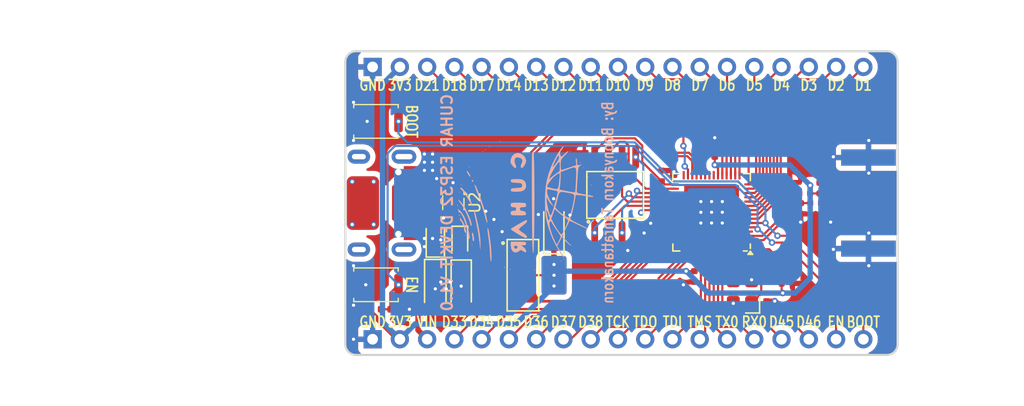
<source format=kicad_pcb>
(kicad_pcb (version 20240108) (generator "pcbnew") (generator_version "8.0")
  (layers (0 "F.Cu" signal) (31 "B.Cu" signal) (34 "B.Paste" user) (35 "F.Paste" user) (36 "B.SilkS" user "B.Silkscreen") (37 "F.SilkS" user "F.Silkscreen") (38 "B.Mask" user) (39 "F.Mask" user) (44 "Edge.Cuts" user))
  (net 0 "")
  (net 1 "Net-(U1-LNA_IN)")
  (net 2 "GND")
  (net 3 "Net-(J3-In)")
  (net 4 "+3.3V")
  (net 5 "/VDD_SPI")
  (net 6 "/VDD3P3")
  (net 7 "/VBUS")
  (net 8 "/VIN")
  (net 9 "/D_P")
  (net 10 "Net-(C16-Pad1)")
  (net 11 "Net-(D3-Pad1)")
  (net 19 "/D_N")
  (net 20 "Net-(J1-CC1)")
  (net 24 "/SPICS0")
  (net 25 "/XTAL_P")
  (net 26 "/IO12")
  (net 27 "/IO9")
  (net 28 "/IO14")
  (net 29 "/IO21")
  (net 30 "/IO46")
  (net 31 "/D-")
  (net 32 "/SPICLK")
  (net 33 "/U0RXD")
  (net 34 "/MTD0")
  (net 35 "/D+")
  (net 36 "/XTAL_32K_N")
  (net 37 "/SPICLK_N")
  (net 38 "/IO1")
  (net 39 "/IO8")
  (net 40 "/IO2")
  (net 41 "/MTMS")
  (net 42 "/IO38")
  (net 43 "/IO5")
  (net 44 "/IO18")
  (net 45 "/IO34")
  (net 46 "/RESET")
  (net 47 "/SPID")
  (net 48 "Net-(J1-CC2)")
  (net 49 "/IO7")
  (net 50 "/IO3")
  (net 51 "/IO45")
  (net 52 "/SPICLK_P")
  (net 53 "/IO11")
  (net 54 "/IO6")
  (net 55 "/SPIWP")
  (net 56 "/U0TXD")
  (net 57 "/IO33")
  (net 58 "/IO13")
  (net 59 "/SPIHD")
  (net 60 "/IO10")
  (net 61 "/SPIQ")
  (net 62 "/IO37")
  (net 63 "/XTAL_32K_P")
  (net 64 "/IO36")
  (net 65 "/BOOT")
  (net 66 "/MTDI")
  (net 67 "/IO4")
  (net 68 "/IO17")
  (net 69 "/MTCK")
  (net 70 "/IO35")
  (net 71 "/XTAL_N")
  (footprint "JLCPCB-Kicad-Footprints:QFN-56-1EP_7x7mm_P0.4mm_EP4x4mm_ThermalVias" (layer "F.Cu") (at 145.882 108.479 180)
    (property "Reference" "U1" (hide yes))
    (property "Value" "ESP32-S3")
  )
  (footprint "JLCPCB-Kicad-Footprints:C_0402" (layer "F.Cu") (at 152.908 115.114)
    (property "Reference" "C9" (hide yes))
    (property "Value" "10nF")
  )
  (footprint "Connector_Coaxial:SMA_Amphenol_132289_EdgeMount" (layer "F.Cu") (at 160.4995 107.621)
    (property "Reference" "J3" (hide yes))
    (property "Value" "Conn_Coaxial")
  )
  (footprint "JLCPCB-Kicad-Footprints:TYPE-C-SMD_HX-TYPE-C-16PIN" (layer "F.Cu") (at 115.401 107.621 -90)
    (property "Reference" "J1" (hide yes))
    (property "Value" "Connector, USB-TYPE-C-16P")
  )
  (footprint "JLCPCB-Kicad-Footprints:R_0402" (layer "F.Cu") (at 119.642 109.018)
    (property "Reference" "R1" (hide yes))
    (property "Value" "5.1kΩ" (hide yes))
  )
  (footprint "JLCPCB-Kicad-Footprints:C_0402" (layer "F.Cu") (at 153.162 106.208 90)
    (property "Reference" "C7" (hide yes))
    (property "Value" "100nF")
  )
  (footprint "JLCPCB-Kicad-Footprints:R_0402" (layer "F.Cu") (at 133.604 105.335 -90)
    (property "Reference" "R3" (hide yes))
    (property "Value" "100kΩ" (hide yes))
  )
  (footprint "JLCPCB-Kicad-Footprints:C_CASE-A-3216-18(mm)" (layer "F.Cu") (at 131.191 110.034 90)
    (property "Reference" "C15" (hide yes))
    (property "Value" "10uF")
  )
  (footprint "JLCPCB-Kicad-Footprints:D_SOD-123" (layer "F.Cu") (at 120.142 115.24 -90)
    (property "Reference" "D2" (hide yes))
    (property "Value" "BZT52B13")
  )
  (footprint "JLCPCB-Kicad-Footprints:C_0402" (layer "F.Cu") (at 134.112 103.43 90)
    (property "Reference" "C4" (hide yes))
    (property "Value" "1uF")
  )
  (footprint "JLCPCB-Kicad-Footprints:C_0402" (layer "F.Cu") (at 154.178 108.121 -90)
    (property "Reference" "C12" (hide yes))
    (property "Value" "3.3pF" (hide yes))
  )
  (footprint "JLCPCB-Kicad-Footprints:L_0402" (layer "F.Cu") (at 154.559 106.724 180)
    (property "Reference" "L1" (hide yes))
    (property "Value" "2.2nH")
  )
  (footprint "JLCPCB-Kicad-Footprints:R_0402" (layer "F.Cu") (at 149.979 113.336)
    (property "Reference" "R5" (hide yes))
    (property "Value" "22Ω" (hide yes))
  )
  (footprint "JLCPCB-Kicad-Footprints:C_0402" (layer "F.Cu") (at 152.908 113.336)
    (property "Reference" "C2" (hide yes))
    (property "Value" "10uF")
  )
  (footprint "JLCPCB-Kicad-Footprints:C_0402" (layer "F.Cu") (at 156.972 108.129 -90)
    (property "Reference" "C13" (hide yes))
    (property "Value" "3.3pF")
  )
  (footprint "JLCPCB-Kicad-Footprints:D_SOD-323" (layer "F.Cu") (at 120.142 111.05 90)
    (property "Reference" "D1" (hide yes))
    (property "Value" "RB751V-40")
  )
  (footprint "JLCPCB-Kicad-Footprints:C_0402" (layer "F.Cu") (at 155.956 106.224 90)
    (property "Reference" "C5" (hide yes))
    (property "Value" "100nF")
  )
  (footprint "JLCPCB-Kicad-Footprints:R_0402" (layer "F.Cu") (at 114.562 117.527)
    (property "Reference" "R6" (hide yes))
    (property "Value" "10kΩ" (hide yes))
  )
  (footprint "Button_Switch_SMD:SW_Push_SPST_NO_Alps_SKRK" (layer "F.Cu") (at 114.613 115.241)
    (property "Reference" "SW2" (hide yes))
    (property "Value" "SW_Push")
  )
  (footprint "JLCPCB-Kicad-Footprints:R_0603" (layer "F.Cu") (at 124.714 110.288)
    (property "Reference" "R4" (hide yes))
    (property "Value" "240Ω")
  )
  (footprint "JLCPCB-Kicad-Footprints:OSC-SMD_4P-L3.2-W2.5-BL_SIT8008BI" (layer "F.Cu") (at 148.756 115.876 90)
    (property "Reference" "X1" (hide yes))
    (property "Value" "40MHz, 15pF")
  )
  (footprint "JLCPCB-Kicad-Footprints:SOT-223-3_L6.5-W3.4-P2.30-LS7.0-BR" (layer "F.Cu") (at 128.202 114.352 180)
    (property "Reference" "U4" (hide yes))
    (property "Value" "AMS1117")
  )
  (footprint "JLCPCB-Kicad-Footprints:C_0402" (layer "F.Cu") (at 116.451 117.527)
    (property "Reference" "C18" (hide yes))
    (property "Value" "1uF")
  )
  (footprint "JLCPCB-Kicad-Footprints:C_0402" (layer "F.Cu") (at 144.272 114.471 -90)
    (property "Reference" "C1" (hide yes))
    (property "Value" "100nF")
  )
  (footprint "JLCPCB-Kicad-Footprints:R_0402" (layer "F.Cu") (at 119.761 106.097)
    (property "Reference" "R2" (hide yes))
    (property "Value" "5.1kΩ" (hide yes))
  )
  (footprint "JLCPCB-Kicad-Footprints:C_0402" (layer "F.Cu") (at 151.003 117.273 90)
    (property "Reference" "C16" (hide yes))
    (property "Value" "30pF")
  )
  (footprint "Button_Switch_SMD:SW_Push_SPST_NO_Alps_SKRK" (layer "F.Cu") (at 114.613 100.001 180)
    (property "Reference" "SW1" (hide yes))
    (property "Value" "SW_Push")
  )
  (footprint "JLCPCB-Kicad-Footprints:D_0603" (layer "F.Cu") (at 122.428 111.276 -90)
    (property "Reference" "D3" (hide yes))
    (property "Value" "Red")
  )
  (footprint "JLCPCB-Kicad-Footprints:C_0402" (layer "F.Cu") (at 152.908 114.225)
    (property "Reference" "C11" (hide yes))
    (property "Value" "1uF")
  )
  (footprint "JLCPCB-Kicad-Footprints:C_0402" (layer "F.Cu") (at 156.845 106.216 90)
    (property "Reference" "C3" (hide yes))
    (property "Value" "1uF")
  )
  (footprint "JLCPCB-Kicad-Footprints:C_CASE-A-3216-18(mm)" (layer "F.Cu") (at 122.555 115.241 -90)
    (property "Reference" "C14" (hide yes))
    (property "Value" "10uF")
  )
  (footprint "Package_TO_SOT_SMD:SOT-666" (layer "F.Cu") (at 121.8225 107.582 -90)
    (property "Reference" "U2")
    (property "Value" "USBLC6-2P6")
  )
  (footprint "JLCPCB-Kicad-Footprints:C_0402" (layer "F.Cu") (at 146.177 102.803 90)
    (property "Reference" "C10" (hide yes))
    (property "Value" "100nF")
  )
  (footprint "Connector_PinSocket_2.54mm:PinSocket_1x19_P2.54mm_Vertical" (layer "F.Cu") (at 114.3 120.321 90)
    (property "Reference" "J4" (hide yes))
    (property "Value" "Conn_01x19_Pin")
  )
  (footprint "JLCPCB-Kicad-Footprints:C_0402" (layer "F.Cu") (at 124.341 109.145)
    (property "Reference" "C8" (hide yes))
    (property "Value" "100nF")
  )
  (footprint "JLCPCB-Kicad-Footprints:SOIC-8_L5.3-W5.3-P1.27-LS8.0-BL" (layer "F.Cu") (at 136.901 106.859)
    (property "Reference" "U3" (hide yes))
    (property "Value" "W25Q128")
  )
  (footprint "JLCPCB-Kicad-Footprints:C_0402" (layer "F.Cu") (at 141.224 105.089 90)
    (property "Reference" "C6" (hide yes))
    (property "Value" "100nF")
  )
  (footprint "JLCPCB-Kicad-Footprints:L_0402" (layer "F.Cu") (at 155.575 107.621)
    (property "Reference" "L2" (hide yes))
    (property "Value" "2.2nH")
  )
  (footprint "Connector_PinSocket_2.54mm:PinSocket_1x19_P2.54mm_Vertical" (layer "F.Cu") (at 114.3 94.921 90)
    (property "Reference" "J2" (hide yes))
    (property "Value" "Conn_01x19_Pin")
  )
  (footprint "JLCPCB-Kicad-Footprints:C_0402" (layer "F.Cu") (at 148.082 113.336)
    (property "Reference" "C17" (hide yes))
    (property "Value" "30pF")
  )
  (footprint "LOGO" (layer "B.Cu") (at 128.524 107.582 -90)
    (property "Reference" "G***" (hide yes))
    (property "Value" "LOGO" (hide yes))
  )
  (gr_line (start 163.21 94.456) (end 163.21 120.786) (stroke (width 0.2)) (layer "Edge.Cuts"))
  (gr_arc (start 162.21 93.456) (mid 162.917107 93.748893) (end 163.21 94.456) (stroke (width 0.2)) (layer "Edge.Cuts"))
  (gr_line (start 112.76 93.456) (end 162.21 93.456) (stroke (width 0.2)) (layer "Edge.Cuts"))
  (gr_arc (start 163.21 120.786) (mid 162.917107 121.493107) (end 162.21 121.786) (stroke (width 0.2)) (layer "Edge.Cuts"))
  (gr_arc (start 112.76 121.786) (mid 112.052893 121.493107) (end 111.76 120.786) (stroke (width 0.2)) (layer "Edge.Cuts"))
  (gr_line (start 162.21 121.786) (end 112.76 121.786) (stroke (width 0.2)) (layer "Edge.Cuts"))
  (gr_line (start 111.76 120.786) (end 111.76 94.456) (stroke (width 0.2)) (layer "Edge.Cuts"))
  (gr_arc (start 111.76 94.456) (mid 112.052893 93.748893) (end 112.76 93.456) (stroke (width 0.2)) (layer "Edge.Cuts"))
  (gr_text "By: Boonyakorn Tanrattanakorn" (at 136.8044 107.582 90) (layer "B.SilkS") (effects (font (size 1 0.8) (thickness 0.16)) (justify bottom mirror)))
  (gr_text "CUHAR ESP32 DEVKIT V1.0" (at 121.8225 107.582 90) (layer "B.SilkS") (effects (font (size 1 1) (thickness 0.2) (bold yes)) (justify bottom mirror)))
  (gr_text "BOOT" (at 160.02 119.305 0) (layer "F.SilkS") (effects (font (size 1 0.8) (thickness 0.16)) (justify bottom)))
  (gr_text "EN" (at 117.348 115.241 270) (layer "F.SilkS") (effects (font (size 1 0.8) (thickness 0.16)) (justify bottom)))
  (gr_text "D4" (at 152.4 97.207 0) (layer "F.SilkS") (effects (font (size 1 0.8) (thickness 0.16)) (justify bottom)))
  (gr_text "D8" (at 142.24 97.207 0) (layer "F.SilkS") (effects (font (size 1 0.8) (thickness 0.16)) (justify bottom)))
  (gr_text "D2" (at 157.48 97.207 0) (layer "F.SilkS") (effects (font (size 1 0.8) (thickness 0.16)) (justify bottom)))
  (gr_text "VIN" (at 119.38 119.305 0) (layer "F.SilkS") (effects (font (size 1 0.8) (thickness 0.16)) (justify bottom)))
  (gr_text "D9" (at 139.7 97.207 0) (layer "F.SilkS") (effects (font (size 1 0.8) (thickness 0.16)) (justify bottom)))
  (gr_text "D5" (at 149.86 97.207 0) (layer "F.SilkS") (effects (font (size 1 0.8) (thickness 0.16)) (justify bottom)))
  (gr_text "D46" (at 154.94 119.305 0) (layer "F.SilkS") (effects (font (size 1 0.8) (thickness 0.16)) (justify bottom)))
  (gr_text "D37" (at 132.08 119.305 0) (layer "F.SilkS") (effects (font (size 1 0.8) (thickness 0.16)) (justify bottom)))
  (gr_text "TMS" (at 144.78 119.305 0) (layer "F.SilkS") (effects (font (size 1 0.8) (thickness 0.16)) (justify bottom)))
  (gr_text "D14" (at 127 97.207 0) (layer "F.SilkS") (effects (font (size 1 0.8) (thickness 0.16)) (justify bottom)))
  (gr_text "TX0" (at 147.32 119.305 0) (layer "F.SilkS") (effects (font (size 1 0.8) (thickness 0.16)) (justify bottom)))
  (gr_text "D17" (at 124.46 97.207 0) (layer "F.SilkS") (effects (font (size 1 0.8) (thickness 0.16)) (justify bottom)))
  (gr_text "D33" (at 121.92 119.305 0) (layer "F.SilkS") (effects (font (size 1 0.8) (thickness 0.16)) (justify bottom)))
  (gr_text "D34" (at 124.46 119.305 0) (layer "F.SilkS") (effects (font (size 1 0.8) (thickness 0.16)) (justify bottom)))
  (gr_text "D1" (at 160.02 97.207 0) (layer "F.SilkS") (effects (font (size 1 0.8) (thickness 0.16)) (justify bottom)))
  (gr_text "D7" (at 144.78 97.207 0) (layer "F.SilkS") (effects (font (size 1 0.8) (thickness 0.16)) (justify bottom)))
  (gr_text "EN" (at 157.48 119.305 0) (layer "F.SilkS") (effects (font (size 1 0.8) (thickness 0.16)) (justify bottom)))
  (gr_text "D10" (at 137.16 97.207 0) (layer "F.SilkS") (effects (font (size 1 0.8) (thickness 0.16)) (justify bottom)))
  (gr_text "BOOT" (at 117.348 100.001 270) (layer "F.SilkS") (effects (font (size 1 0.8) (thickness 0.16)) (justify bottom)))
  (gr_text "D12" (at 132.08 97.207 0) (layer "F.SilkS") (effects (font (size 1 0.8) (thickness 0.16)) (justify bottom)))
  (gr_text "D21" (at 119.38 97.207 0) (layer "F.SilkS") (effects (font (size 1 0.8) (thickness 0.16)) (justify bottom)))
  (gr_text "D13" (at 129.54 97.207 0) (layer "F.SilkS") (effects (font (size 1 0.8) (thickness 0.16)) (justify bottom)))
  (gr_text "GND" (at 114.3 119.305 0) (layer "F.SilkS") (effects (font (size 1 0.8) (thickness 0.16)) (justify bottom)))
  (gr_text "D45" (at 152.4 119.305 0) (layer "F.SilkS") (effects (font (size 1 0.8) (thickness 0.16)) (justify bottom)))
  (gr_text "D18" (at 121.92 97.207 0) (layer "F.SilkS") (effects (font (size 1 0.8) (thickness 0.16)) (justify bottom)))
  (gr_text "D35" (at 127 119.305 0) (layer "F.SilkS") (effects (font (size 1 0.8) (thickness 0.16)) (justify bottom)))
  (gr_text "RX0" (at 149.86 119.305 0) (layer "F.SilkS") (effects (font (size 1 0.8) (thickness 0.16)) (justify bottom)))
  (gr_text "D3" (at 154.94 97.207 0) (layer "F.SilkS") (effects (font (size 1 0.8) (thickness 0.16)) (justify bottom)))
  (gr_text "3V3" (at 116.84 97.207 0) (layer "F.SilkS") (effects (font (size 1 0.8) (thickness 0.16)) (justify bottom)))
  (gr_text "TDI" (at 142.24 119.305 0) (layer "F.SilkS") (effects (font (size 1 0.8) (thickness 0.16)) (justify bottom)))
  (gr_text "3V3" (at 116.84 119.305 0) (layer "F.SilkS") (effects (font (size 1 0.8) (thickness 0.16)) (justify bottom)))
  (gr_text "D36" (at 129.54 119.305 0) (layer "F.SilkS") (effects (font (size 1 0.8) (thickness 0.16)) (justify bottom)))
  (gr_text "D11" (at 134.62 97.207 0) (layer "F.SilkS") (effects (font (size 1 0.8) (thickness 0.16)) (justify bottom)))
  (gr_text "D6" (at 147.32 97.207 0) (layer "F.SilkS") (effects (font (size 1 0.8) (thickness 0.16)) (justify bottom)))
  (gr_text "TCK" (at 137.16 119.305 0) (layer "F.SilkS") (effects (font (size 1 0.8) (thickness 0.16)) (justify bottom)))
  (gr_text "D38" (at 134.62 119.305 0) (layer "F.SilkS") (effects (font (size 1 0.8) (thickness 0.16)) (justify bottom)))
  (gr_text "GND" (at 114.3 97.207 0) (layer "F.SilkS") (effects (font (size 1 0.8) (thickness 0.16)) (justify bottom)))
  (gr_text "TDO" (at 139.7 119.305 0) (layer "F.SilkS") (effects (font (size 1 0.8) (thickness 0.16)) (justify bottom)))
  (segment (start 149.332 111.079) (end 150.72 111.079) (width 0.2) (layer "F.Cu") (net 1))
  (segment (start 154.178 107.621) (end 155.075 107.621) (width 0.2) (layer "F.Cu") (net 1))
  (segment (start 150.72 111.079) (end 154.178 107.621) (width 0.2) (layer "F.Cu") (net 1))
  (segment (start 160.528 104.827) (end 160.528 103.3995) (width 0.2) (layer "F.Cu") (net 2))
  (segment (start 120.269 105.335) (end 120.269 106.089) (width 0.2) (layer "F.Cu") (net 2))
  (segment (start 112.522 99.992) (end 112.513 100.001) (width 0.2) (layer "F.Cu") (net 2))
  (segment (start 160.4995 113.4345) (end 160.528 113.463) (width 0.2) (layer "F.Cu") (net 2))
  (segment (start 157.294 103.371) (end 157.226 103.303) (width 0.2) (layer "F.Cu") (net 2))
  (segment (start 124.841 109.145) (end 124.841 108.383) (width 0.2) (layer "F.Cu") (net 2))
  (segment (start 151.003 116.773) (end 151.757 116.773) (width 0.2) (layer "F.Cu") (net 2))
  (segment (start 112.513 115.241) (end 113.665 115.241) (width 0.2) (layer "F.Cu") (net 2))
  (segment (start 122.555 115.368) (end 122.555 116.591) (width 0.2) (layer "F.Cu") (net 2))
  (segment (start 138.811 110.389) (end 139.5724 110.389) (width 0.2) (layer "F.Cu") (net 2))
  (segment (start 141.224 104.708) (end 142.359 104.708) (width 0.2) (layer "F.Cu") (net 2))
  (segment (start 118.974 104.421) (end 119.126 104.573) (width 0.2) (layer "F.Cu") (net 2))
  (segment (start 121.8225 105.7455) (end 121.793 105.716) (width 0.2) (layer "F.Cu") (net 2))
  (segment (start 112.522 115.232) (end 112.513 115.241) (width 0.2) (layer "F.Cu") (net 2))
  (segment (start 112.522 115.25) (end 112.513 115.241) (width 0.2) (layer "F.Cu") (net 2))
  (segment (start 118.003 110.923) (end 117.901 110.821) (width 0.2) (layer "F.Cu") (net 2))
  (segment (start 129.7432 108.6878) (end 131.1872 108.6878) (width 0.2) (layer "F.Cu") (net 2))
  (segment (start 125.534 110.288) (end 126.365 110.288) (width 0.2) (layer "F.Cu") (net 2))
  (segment (start 119.888 110.923) (end 119.126 110.923) (width 0.2) (layer "F.Cu") (net 2))
  (segment (start 160.4995 111.871) (end 160.4995 113.4345) (width 0.2) (layer "F.Cu") (net 2))
  (segment (start 119.888 104.573) (end 119.126 104.573) (width 0.2) (layer "F.Cu") (net 2))
  (segment (start 160.4995 103.371) (end 157.294 103.371) (width 0.2) (layer "F.Cu") (net 2))
  (segment (start 160.528 110.415) (end 160.528 111.8425) (width 0.2) (layer "F.Cu") (net 2))
  (segment (start 154.178 109.399) (end 154.178 108.621) (width 0.2) (layer "F.Cu") (net 2))
  (segment (start 151.757 116.773) (end 151.765 116.765) (width 0.2) (layer "F.Cu") (net 2))
  (segment (start 131.191 108.684) (end 131.191 107.24) (width 0.2) (layer "F.Cu") (net 2))
  (segment (start 131.1872 108.6878) (end 131.191 108.684) (width 0.2) (layer "F.Cu") (net 2))
  (segment (start 131.191 107.24) (end 131.1656 107.2146) (width 0.2) (layer "F.Cu") (net 2))
  (segment (start 138.0744 112.0406) (end 138.811 111.304) (width 0.2) (layer "F.Cu") (net 2))
  (segment (start 117.901 104.421) (end 118.974 104.421) (width 0.2) (layer "F.Cu") (net 2))
  (segment (start 125.603 109.145) (end 125.603 110.219) (width 0.2) (layer "F.Cu") (net 2))
  (segment (start 138.811 111.304) (end 138.811 110.389) (width 0.2) (layer "F.Cu") (net 2))
  (segment (start 119.888 103.811) (end 119.888 104.573) (width 0.2) (layer "F.Cu") (net 2))
  (segment (start 160.4995 101.8075) (end 160.528 101.779) (width 0.2) (layer "F.Cu") (net 2))
  (segment (start 139.5724 110.389) (end 139.5984 110.415) (width 0.2) (layer "F.Cu") (net 2))
  (segment (start 112.522 98.223) (end 112.522 99.992) (width 0.2) (layer "F.Cu") (net 2))
  (segment (start 120.904 109.018) (end 120.142 109.018) (width 0.2) (layer "F.Cu") (net 2))
  (segment (start 148.582 113.752) (end 148.582 113.336) (width 0.2) (layer "F.Cu") (net 2))
  (segment (start 160.4995 103.371) (end 160.4995 101.8075) (width 0.2) (layer "F.Cu") (net 2))
  (segment (start 119.888 103.811) (end 119.126 103.811) (width 0.2) (layer "F.Cu") (net 2))
  (segment (start 112.522 113.463) (end 112.522 115.232) (width 0.2) (layer "F.Cu") (net 2))
  (segment (start 112.513 100.001) (end 112.513 101.77) (width 0.2) (layer "F.Cu") (net 2))
  (segment (start 157.294 111.871) (end 157.226 111.939) (width 0.2) (layer "F.Cu") (net 2))
  (segment (start 160.528 103.3995) (end 160.4995 103.371) (width 0.2) (layer "F.Cu") (net 2))
  (segment (start 131.191 108.684) (end 132.635 108.684) (width 0.2) (layer "F.Cu") (net 2))
  (segment (start 143.526 114.971) (end 144.272 114.971) (width 0.2) (layer "F.Cu") (net 2))
  (segment (start 119.126 103.049) (end 119.888 103.049) (width 0.2) (layer "F.Cu") (net 2))
  (segment (start 112.522 117.146) (end 112.522 115.25) (width 0.2) (layer "F.Cu") (net 2))
  (segment (start 143.256 115.241) (end 143.526 114.971) (width 0.2) (layer "F.Cu") (net 2))
  (segment (start 119.126 110.923) (end 118.003 110.923) (width 0.2) (layer "F.Cu") (net 2))
  (segment (start 121.8225 106.657) (end 121.8225 105.7455) (width 0.2) (layer "F.Cu") (net 2))
  (segment (start 124.841 109.145) (end 125.603 109.145) (width 0.2) (layer "F.Cu") (net 2))
  (segment (start 112.513 101.77) (end 112.522 101.779) (width 0.2) (layer "F.Cu") (net 2))
  (segment (start 125.603 110.219) (end 125.534 110.288) (width 0.2) (layer "F.Cu") (net 2))
  (segment (start 146.177 102.303) (end 146.177 101.525) (width 0.2) (layer "F.Cu") (net 2))
  (segment (start 149.606 114.776) (end 148.582 113.752) (width 0.2) (layer "F.Cu") (net 2))
  (segment (start 160.528 111.8425) (end 160.4995 111.871) (width 0.2) (layer "F.Cu") (net 2))
  (segment (start 119.126 111.685) (end 119.126 110.923) (width 0.2) (layer "F.Cu") (net 2))
  (segment (start 120.269 106.089) (end 120.261 106.097) (width 0.2) (layer "F.Cu") (net 2))
  (segment (start 132.635 108.684) (end 132.6896 108.7386) (width 0.2) (layer "F.Cu") (net 2))
  (segment (start 112.513 100.001) (end 113.792 100.001) (width 0.2) (layer "F.Cu") (net 2))
  (segment (start 160.4995 111.871) (end 157.294 111.871) (width 0.2) (layer "F.Cu") (net 2))
  (segment (start 119.126 103.049) (end 119.126 103.811) (width 0.2) (layer "F.Cu") (net 2))
  (segment (start 142.359 104.708) (end 142.367 104.7) (width 0.2) (layer "F.Cu") (net 2))
  (segment (start 119.888 103.049) (end 119.888 103.811) (width 0.2) (layer "F.Cu") (net 2))
  (segment (start 116.951 117.527) (end 117.729 117.527) (width 0.2) (layer "F.Cu") (net 2))
  (segment (start 119.126 104.573) (end 119.126 103.811) (width 0.2) (layer "F.Cu") (net 2))
  (segment (start 120.142 115.622) (end 120.142 116.89) (width 0.2) (layer "F.Cu") (net 2))
  (segment (start 156.972 108.629) (end 156.972 109.399) (width 0.2) (layer "F.Cu") (net 2))
  (via (at 156.972 109.399) (size 0.6) (drill 0.3) (layers "F.Cu" "B.Cu") (net 2))
  (via (at 125.603 109.145) (size 0.6) (drill 0.3) (layers "F.Cu" "B.Cu") (net 2))
  (via (at 124.841 108.383) (size 0.6) (drill 0.3) (layers "F.Cu" "B.Cu") (net 2))
  (via (at 113.665 115.241) (size 0.6) (drill 0.3) (layers "F.Cu" "B.Cu") (net 2))
  (via (at 132.6896 108.7386) (size 0.6) (drill 0.3) (layers "F.Cu" "B.Cu") (net 2))
  (via (at 120.65 114.987) (size 0.6) (drill 0.3) (layers "F.Cu" "B.Cu") (net 2))
  (via (at 160.528 101.779) (size 0.6) (drill 0.3) (layers "F.Cu" "B.Cu") (net 2))
  (via (at 160.528 104.827) (size 0.6) (drill 0.3) (layers "F.Cu" "B.Cu") (net 2))
  (via (at 117.729 117.527) (size 0.6) (drill 0.3) (layers "F.Cu" "B.Cu") (net 2))
  (via (at 119.126 104.573) (size 0.6) (drill 0.3) (layers "F.Cu" "B.Cu") (net 2))
  (via (at 112.522 113.463) (size 0.6) (drill 0.3) (layers "F.Cu" "B.Cu") (net 2))
  (via (at 112.522 98.223) (size 0.6) (drill 0.3) (layers "F.Cu" "B.Cu") (net 2))
  (via (at 120.904 109.018) (size 0.6) (drill 0.3) (layers "F.Cu" "B.Cu") (net 2))
  (via (at 143.256 115.241) (size 0.6) (drill 0.3) (layers "F.Cu" "B.Cu") (net 2))
  (via (at 157.226 111.939) (size 0.6) (drill 0.3) (layers "F.Cu" "B.Cu") (net 2))
  (via (at 151.765 116.765) (size 0.6) (drill 0.3) (layers "F.Cu" "B.Cu") (net 2))
  (via (at 112.522 101.779) (size 0.6) (drill 0.3) (layers "F.Cu" "B.Cu") (net 2))
  (via (at 119.126 103.811) (size 0.6) (drill 0.3) (layers "F.Cu" "B.Cu") (net 2))
  (via (at 149.606 114.776) (size 0.6) (drill 0.3) (layers "F.Cu" "B.Cu") (net 2))
  (via (at 142.367 104.7) (size 0.6) (drill 0.3) (layers "F.Cu" "B.Cu") (net 2))
  (via (at 119.126 110.923) (size 0.6) (drill 0.3) (layers "F.Cu" "B.Cu") (net 2))
  (via (at 120.269 105.335) (size 0.6) (drill 0.3) (layers "F.Cu" "B.Cu") (net 2))
  (via (at 157.226 103.303) (size 0.6) (drill 0.3) (layers "F.Cu" "B.Cu") (net 2))
  (via (at 121.793 105.716) (size 0.6) (drill 0.3) (layers "F.Cu" "B.Cu") (net 2))
  (via (at 138.0744 112.0406) (size 0.6) (drill 0.3) (layers "F.Cu" "B.Cu") (net 2))
  (via (at 160.528 110.415) (size 0.6) (drill 0.3) (layers "F.Cu" "B.Cu") (net 2))
  (via (at 121.158 115.622) (size 0.6) (drill 0.3) (layers "F.Cu" "B.Cu") (net 2))
  (via (at 121.539 114.987) (size 0.6) (drill 0.3) (layers "F.Cu" "B.Cu") (net 2))
  (via (at 119.888 104.573) (size 0.6) (drill 0.3) (layers "F.Cu" "B.Cu") (net 2))
  (via (at 120.65 111.05) (size 0.6) (drill 0.3) (layers "F.Cu" "B.Cu") (net 2))
  (via (at 122.555 115.368) (size 0.6) (drill 0.3) (layers "F.Cu" "B.Cu") (net 2))
  (via (at 119.126 111.685) (size 0.6) (drill 0.3) (layers "F.Cu" "B.Cu") (net 2))
  (via (at 131.1656 107.2146) (size 0.6) (drill 0.3) (layers "F.Cu" "B.Cu") (net 2))
  (via (at 119.888 110.923) (size 0.6) (drill 0.3) (layers "F.Cu" "B.Cu") (net 2))
  (via (at 140.208 109.5006) (size 0.6) (drill 0.3) (layers "F.Cu" "B.Cu") (net 2))
  (via (at 147.906 116.976) (size 0.6) (drill 0.3) (layers "F.Cu" "B.Cu") (net 2))
  (via (at 119.888 103.049) (size 0.6) (drill 0.3) (layers "F.Cu" "B.Cu") (net 2))
  (via (at 119.888 103.811) (size 0.6) (drill 0.3) (layers "F.Cu" "B.Cu") (net 2))
  (via (at 129.7432 108.6878) (size 0.6) (drill 0.3) (layers "F.Cu" "B.Cu") (net 2))
  (via (at 119.126 103.049) (size 0.6) (drill 0.3) (layers "F.Cu" "B.Cu") (net 2))
  (via (at 113.792 100.001) (size 0.6) (drill 0.3) (layers "F.Cu" "B.Cu") (net 2))
  (via (at 112.522 117.146) (size 0.6) (drill 0.3) (layers "F.Cu" "B.Cu") (net 2))
  (via (at 146.177 101.525) (size 0.6) (drill 0.3) (layers "F.Cu" "B.Cu") (net 2))
  (via (at 112.522 120.321) (size 0.6) (drill 0.3) (layers "F.Cu" "B.Cu") (net 2))
  (via (at 126.365 110.288) (size 0.6) (drill 0.3) (layers "F.Cu" "B.Cu") (net 2))
  (via (at 154.178 109.399) (size 0.6) (drill 0.3) (layers "F.Cu" "B.Cu") (net 2))
  (via (at 120.142 115.622) (size 0.6) (drill 0.3) (layers "F.Cu" "B.Cu") (net 2))
  (via (at 139.5984 110.415) (size 0.6) (drill 0.3) (layers "F.Cu" "B.Cu") (net 2))
  (via (at 160.528 113.463) (size 0.6) (drill 0.3) (layers "F.Cu" "B.Cu") (net 2))
  (segment (start 160.4995 113.4345) (end 160.528 113.463) (width 0.2) (layer "B.Cu") (net 2))
  (segment (start 160.4995 103.371) (end 157.294 103.371) (width 0.2) (layer "B.Cu") (net 2))
  (segment (start 160.4995 104.7985) (end 160.528 104.827) (width 0.2) (layer "B.Cu") (net 2))
  (segment (start 160.528 103.3425) (end 160.4995 103.371) (width 0.2) (layer "B.Cu") (net 2))
  (segment (start 157.294 103.371) (end 157.226 103.303) (width 0.2) (layer "B.Cu") (net 2))
  (segment (start 157.548 111.871) (end 160.4995 111.871) (width 0.2) (layer "B.Cu") (net 2))
  (segment (start 160.4995 103.371) (end 160.4995 104.7985) (width 0.2) (layer "B.Cu") (net 2))
  (segment (start 160.4995 111.871) (end 160.4995 113.4345) (width 0.2) (layer "B.Cu") (net 2))
  (segment (start 160.528 101.779) (end 160.528 103.3425) (width 0.2) (layer "B.Cu") (net 2))
  (segment (start 157.48 111.939) (end 157.548 111.871) (width 0.2) (layer "B.Cu") (net 2))
  (segment (start 160.528 111.8425) (end 160.4995 111.871) (width 0.2) (layer "B.Cu") (net 2))
  (segment (start 157.226 111.939) (end 157.48 111.939) (width 0.2) (layer "B.Cu") (net 2))
  (segment (start 160.528 110.415) (end 160.528 111.8425) (width 0.2) (layer "B.Cu") (net 2))
  (segment (start 156.075 107.621) (end 160.4995 107.621) (width 0.2) (layer "F.Cu") (net 3))
  (segment (start 155.059 105.978) (end 155.067 105.97) (width 0.5) (layer "F.Cu") (net 4))
  (segment (start 144.482 113.761) (end 144.272 113.971) (width 0.2) (layer "F.Cu") (net 4))
  (segment (start 146.177 104.065) (end 146.482 104.37) (width 0.2) (layer "F.Cu") (net 4))
  (segment (start 148.482 111.929) (end 151.255 111.929) (width 0.2) (layer "F.Cu") (net 4))
  (segment (start 155.059 106.724) (end 155.059 105.978) (width 0.5) (layer "F.Cu") (net 4))
  (segment (start 146.482 104.37) (end 146.482 105.029) (width 0.2) (layer "F.Cu") (net 4))
  (segment (start 131.191 114.341) (end 131.202 114.352) (width 0.2) (layer "F.Cu") (net 4))
  (segment (start 144.272 113.971) (end 143.51 113.971) (width 0.2) (layer "F.Cu") (net 4))
  (segment (start 114.062 117.527) (end 114.062 117.7335) (width 0.5) (layer "F.Cu") (net 4))
  (segment (start 155.059 106.724) (end 155.956 106.724) (width 0.2) (layer "F.Cu") (net 4))
  (segment (start 114.062 117.7335) (end 116.6495 120.321) (width 0.5) (layer "F.Cu") (net 4))
  (segment (start 156.845 106.716) (end 155.964 106.716) (width 0.2) (layer "F.Cu") (net 4))
  (segment (start 125.232 114.352) (end 131.18 114.352) (width 0.2) (layer "F.Cu") (net 4))
  (segment (start 146.177 104.065) (end 146.177 103.303) (width 0.2) (layer "F.Cu") (net 4))
  (segment (start 131.191 111.384) (end 131.191 114.341) (width 0.5) (layer "F.Cu") (net 4))
  (segment (start 131.18 114.352) (end 131.191 114.341) (width 0.2) (layer "F.Cu") (net 4))
  (segment (start 151.255 111.929) (end 152.408 113.082) (width 0.2) (layer "F.Cu") (net 4))
  (segment (start 152.408 115.114) (end 152.408 115.914) (width 0.2) (layer "F.Cu") (net 4))
  (segment (start 155.964 106.716) (end 155.956 106.724) (width 0.2) (layer "F.Cu") (net 4))
  (segment (start 144.482 111.929) (end 144.482 113.761) (width 0.2) (layer "F.Cu") (net 4))
  (segment (start 152.408 115.914) (end 152.508 116.014) (width 0.2) (layer "F.Cu") (net 4))
  (segment (start 148.082 111.929) (end 148.482 111.929) (width 0.2) (layer "F.Cu") (net 4))
  (segment (start 152.408 113.082) (end 152.408 115.114) (width 0.2) (layer "F.Cu") (net 4))
  (segment (start 131.409 114.145) (end 131.202 114.352) (width 0.5) (layer "F.Cu") (net 4))
  (segment (start 116.6495 120.321) (end 116.84 120.321) (width 0.5) (layer "F.Cu") (net 4))
  (via (at 143.51 113.971) (size 0.6) (drill 0.3) (layers "F.Cu" "B.Cu") (net 4))
  (via (at 152.508 116.014) (size 0.6) (drill 0.3) (layers "F.Cu" "B.Cu") (net 4))
  (via (at 146.177 104.065) (size 0.6) (drill 0.3) (layers "F.Cu" "B.Cu") (net 4))
  (via (at 155.067 105.97) (size 0.6) (drill 0.3) (layers "F.Cu" "B.Cu") (net 4))
  (segment (start 131.202 114.352) (end 131.583 113.971) (width 0.5) (layer "B.Cu") (net 4))
  (segment (start 131.202 115.352) (end 131.202 114.352) (width 0.5) (layer "B.Cu") (net 4))
  (segment (start 145.569376 116.014) (end 143.526376 113.971) (width 0.5) (layer "B.Cu") (net 4))
  (segment (start 143.526376 113.971) (end 143.51 113.971) (width 0.5) (layer "B.Cu") (net 4))
  (segment (start 116.84 94.921) (end 115.22 96.541) (width 0.5) (layer "B.Cu") (net 4))
  (segment (start 115.22 118.701) (end 116.84 120.321) (width 0.5) (layer "B.Cu") (net 4))
  (segment (start 152.508 116.014) (end 145.569376 116.014) (width 0.5) (layer "B.Cu") (net 4))
  (segment (start 118.2624 118.8986) (end 127.6554 118.8986) (width 0.5) (layer "B.Cu") (net 4))
  (segment (start 115.22 96.541) (end 115.22 118.701) (width 0.5) (layer "B.Cu") (net 4))
  (segment (start 127.6554 118.8986) (end 131.202 115.352) (width 0.5) (layer "B.Cu") (net 4))
  (segment (start 153.659 116.014) (end 155.067 114.606) (width 0.5) (layer "B.Cu") (net 4))
  (segment (start 153.162 104.065) (end 155.067 105.97) (width 0.5) (layer "B.Cu") (net 4))
  (segment (start 146.177 104.065) (end 153.162 104.065) (width 0.5) (layer "B.Cu") (net 4))
  (segment (start 155.067 114.606) (end 155.067 105.97) (width 0.5) (layer "B.Cu") (net 4))
  (segment (start 131.583 113.971) (end 143.51 113.971) (width 0.5) (layer "B.Cu") (net 4))
  (segment (start 116.84 120.321) (end 118.2624 118.8986) (width 0.5) (layer "B.Cu") (net 4))
  (segment (start 152.508 116.014) (end 153.659 116.014) (width 0.5) (layer "B.Cu") (net 4))
  (segment (start 134.991 102.805) (end 134.991 103.329) (width 0.2) (layer "F.Cu") (net 5))
  (segment (start 139.426 102.264259) (end 138.738741 101.577) (width 0.2) (layer "F.Cu") (net 5))
  (segment (start 134.112 103.93) (end 134.112 104.327) (width 0.2) (layer "F.Cu") (net 5))
  (segment (start 141.514 105.879) (end 141.224 105.589) (width 0.2) (layer "F.Cu") (net 5))
  (segment (start 138.738741 101.577) (end 136.219 101.577) (width 0.2) (layer "F.Cu") (net 5))
  (segment (start 136.219 101.577) (end 134.991 102.805) (width 0.2) (layer "F.Cu") (net 5))
  (segment (start 139.426 103.791) (end 139.426 102.264259) (width 0.2) (layer "F.Cu") (net 5))
  (segment (start 141.224 105.589) (end 139.426 103.791) (width 0.2) (layer "F.Cu") (net 5))
  (segment (start 134.112 104.327) (end 133.604 104.835) (width 0.2) (layer "F.Cu") (net 5))
  (segment (start 134.713 103.329) (end 134.112 103.93) (width 0.2) (layer "F.Cu") (net 5))
  (segment (start 142.432 105.879) (end 141.514 105.879) (width 0.2) (layer "F.Cu") (net 5))
  (segment (start 134.991 103.329) (end 134.713 103.329) (width 0.2) (layer "F.Cu") (net 5))
  (segment (start 153.162 108.129) (end 153.162 106.708) (width 0.2) (layer "F.Cu") (net 6))
  (segment (start 149.332 110.279) (end 149.332 110.679) (width 0.2) (layer "F.Cu") (net 6))
  (segment (start 153.162 106.708) (end 154.043 106.708) (width 0.2) (layer "F.Cu") (net 6))
  (segment (start 149.332 110.679) (end 150.612 110.679) (width 0.2) (layer "F.Cu") (net 6))
  (segment (start 154.043 106.708) (end 154.059 106.724) (width 0.2) (layer "F.Cu") (net 6))
  (segment (start 150.612 110.679) (end 153.162 108.129) (width 0.2) (layer "F.Cu") (net 6))
  (segment (start 116.901 105.421) (end 116.205 106.117) (width 0.2) (layer "F.Cu") (net 7))
  (segment (start 116.205 109.090104) (end 117.135896 110.021) (width 0.2) (layer "F.Cu") (net 7))
  (segment (start 120.142 110) (end 120.742244 110) (width 0.2) (layer "F.Cu") (net 7))
  (segment (start 116.205 106.117) (end 116.205 109.090104) (width 0.2) (layer "F.Cu") (net 7))
  (segment (start 120.742244 110) (end 121.8225 108.919744) (width 0.2) (layer "F.Cu") (net 7))
  (segment (start 121.8225 108.831999) (end 122.135501 109.145) (width 0.2) (layer "F.Cu") (net 7))
  (segment (start 117.701 105.421) (end 116.901 105.421) (width 0.2) (layer "F.Cu") (net 7))
  (segment (start 117.901 105.221) (end 117.701 105.421) (width 0.2) (layer "F.Cu") (net 7))
  (segment (start 121.8225 108.919744) (end 121.8225 108.507) (width 0.2) (layer "F.Cu") (net 7))
  (segment (start 117.135896 110.021) (end 117.901 110.021) (width 0.2) (layer "F.Cu") (net 7))
  (segment (start 122.135501 109.145) (end 123.841 109.145) (width 0.2) (layer "F.Cu") (net 7))
  (segment (start 120.121 110.021) (end 120.142 110) (width 0.2) (layer "F.Cu") (net 7))
  (segment (start 117.901 110.021) (end 120.121 110.021) (width 0.5) (layer "F.Cu") (net 7))
  (segment (start 121.8225 108.507) (end 121.8225 108.831999) (width 0.2) (layer "F.Cu") (net 7))
  (segment (start 120.142 113.59) (end 120.142 112.1) (width 0.5) (layer "F.Cu") (net 8))
  (segment (start 118.53 119.471) (end 118.53 115.202) (width 0.5) (layer "F.Cu") (net 8))
  (segment (start 122.555 113.975) (end 122.555 113.891) (width 0.5) (layer "F.Cu") (net 8))
  (segment (start 125.232 116.652) (end 122.555 113.975) (width 0.5) (layer "F.Cu") (net 8))
  (segment (start 122.428 112.066) (end 122.428 113.764) (width 0.2) (layer "F.Cu") (net 8))
  (segment (start 122.428 113.764) (end 122.555 113.891) (width 0.2) (layer "F.Cu") (net 8))
  (segment (start 118.53 115.202) (end 120.142 113.59) (width 0.5) (layer "F.Cu") (net 8))
  (segment (start 122.555 113.891) (end 120.443 113.891) (width 0.5) (layer "F.Cu") (net 8))
  (segment (start 120.443 113.891) (end 120.142 113.59) (width 0.5) (layer "F.Cu") (net 8))
  (segment (start 119.38 120.321) (end 118.53 119.471) (width 0.5) (layer "F.Cu") (net 8))
  (segment (start 121.224 108.371) (end 121.285 108.432) (width 0.2) (layer "F.Cu") (net 9))
  (segment (start 118.851 108.371) (end 117.901 108.371) (width 0.2) (layer "F.Cu") (net 9))
  (segment (start 117.901 107.371) (end 118.851 107.371) (width 0.2) (layer "F.Cu") (net 9))
  (segment (start 118.851 107.371) (end 118.901 107.421) (width 0.2) (layer "F.Cu") (net 9))
  (segment (start 118.901 107.421) (end 118.901 108.321) (width 0.2) (layer "F.Cu") (net 9))
  (segment (start 118.901 108.321) (end 118.851 108.371) (width 0.2) (layer "F.Cu") (net 9))
  (segment (start 117.901 108.371) (end 121.224 108.371) (width 0.2) (layer "F.Cu") (net 9))
  (segment (start 150.506 116.076) (end 149.606 116.976) (width 0.2) (layer "F.Cu") (net 10))
  (segment (start 149.606 116.976) (end 150.206 116.976) (width 0.2) (layer "F.Cu") (net 10))
  (segment (start 150.506 113.363) (end 150.506 116.076) (width 0.2) (layer "F.Cu") (net 10))
  (segment (start 150.479 113.336) (end 150.506 113.363) (width 0.2) (layer "F.Cu") (net 10))
  (segment (start 150.206 116.976) (end 151.003 117.773) (width 0.2) (layer "F.Cu") (net 10))
  (segment (start 123.696 110.486) (end 123.894 110.288) (width 0.2) (layer "F.Cu") (net 11))
  (segment (start 122.428 110.486) (end 123.696 110.486) (width 0.2) (layer "F.Cu") (net 11))
  (segment (start 116.951 106.871) (end 116.901 106.921) (width 0.2) (layer "F.Cu") (net 19))
  (segment (start 117.901 106.871) (end 116.951 106.871) (width 0.2) (layer "F.Cu") (net 19))
  (segment (start 121.146 106.871) (end 121.285 106.732) (width 0.2) (layer "F.Cu") (net 19))
  (segment (start 116.951 107.871) (end 117.901 107.871) (width 0.2) (layer "F.Cu") (net 19))
  (segment (start 117.901 106.871) (end 121.146 106.871) (width 0.2) (layer "F.Cu") (net 19))
  (segment (start 116.901 106.921) (end 116.901 107.821) (width 0.2) (layer "F.Cu") (net 19))
  (segment (start 116.901 107.821) (end 116.951 107.871) (width 0.2) (layer "F.Cu") (net 19))
  (segment (start 117.901 106.371) (end 118.987 106.371) (width 0.2) (layer "F.Cu") (net 20))
  (segment (start 118.987 106.371) (end 119.261 106.097) (width 0.2) (layer "F.Cu") (net 20))
  (segment (start 138.523 107.079) (end 142.432 107.079) (width 0.2) (layer "F.Cu") (net 24))
  (segment (start 134.991 110.389) (end 134.991 107.222) (width 0.2) (layer "F.Cu") (net 24))
  (segment (start 138.176 106.732) (end 138.523 107.079) (width 0.2) (layer "F.Cu") (net 24))
  (segment (start 134.991 107.222) (end 133.604 105.835) (width 0.2) (layer "F.Cu") (net 24))
  (via (at 138.176 106.732) (size 0.6) (drill 0.3) (layers "F.Cu" "B.Cu") (net 24))
  (via (at 134.991 110.389) (size 0.6) (drill 0.3) (layers "F.Cu" "B.Cu") (net 24))
  (segment (start 134.991 109.917) (end 134.991 110.389) (width 0.2) (layer "B.Cu") (net 24))
  (segment (start 138.176 106.732) (end 134.991 109.917) (width 0.2) (layer "B.Cu") (net 24))
  (segment (start 147.98264 112.726) (end 149.178999 112.726) (width 0.2) (layer "F.Cu") (net 25))
  (segment (start 147.682 111.929) (end 147.682 112.42536) (width 0.2) (layer "F.Cu") (net 25))
  (segment (start 149.479 113.026001) (end 149.479 113.336) (width 0.2) (layer "F.Cu") (net 25))
  (segment (start 147.682 112.42536) (end 147.98264 112.726) (width 0.2) (layer "F.Cu") (net 25))
  (segment (start 149.178999 112.726) (end 149.479 113.026001) (width 0.2) (layer "F.Cu") (net 25))
  (segment (start 142.568208 97.099) (end 134.258 97.099) (width 0.2) (layer "F.Cu") (net 26))
  (segment (start 134.258 97.099) (end 132.08 94.921) (width 0.2) (layer "F.Cu") (net 26))
  (segment (start 143.549208 98.08) (end 142.568208 97.099) (width 0.2) (layer "F.Cu") (net 26))
  (segment (start 147.682 99.416716) (end 146.345284 98.08) (width 0.2) (layer "F.Cu") (net 26))
  (segment (start 146.345284 98.08) (end 143.549208 98.08) (width 0.2) (layer "F.Cu") (net 26))
  (segment (start 147.682 105.029) (end 147.682 99.416716) (width 0.2) (layer "F.Cu") (net 26))
  (segment (start 140.85 96.071) (end 139.7 94.921) (width 0.2) (layer "F.Cu") (net 27))
  (segment (start 149.332 105.879) (end 149.332 99.679372) (width 0.2) (layer "F.Cu") (net 27))
  (segment (start 146.751628 97.099) (end 143.955552 97.099) (width 0.2) (layer "F.Cu") (net 27))
  (segment (start 143.955552 97.099) (end 142.927552 96.071) (width 0.2) (layer "F.Cu") (net 27))
  (segment (start 142.927552 96.071) (end 140.85 96.071) (width 0.2) (layer "F.Cu") (net 27))
  (segment (start 149.332 99.679372) (end 146.751628 97.099) (width 0.2) (layer "F.Cu") (net 27))
  (segment (start 146.074388 98.734) (end 143.278312 98.734) (width 0.2) (layer "F.Cu") (net 28))
  (segment (start 129.832 97.753) (end 127 94.921) (width 0.2) (layer "F.Cu") (net 28))
  (segment (start 146.882 105.029) (end 146.882 99.541612) (width 0.2) (layer "F.Cu") (net 28))
  (segment (start 142.297312 97.753) (end 129.832 97.753) (width 0.2) (layer "F.Cu") (net 28))
  (segment (start 143.278312 98.734) (end 142.297312 97.753) (width 0.2) (layer "F.Cu") (net 28))
  (segment (start 146.882 99.541612) (end 146.074388 98.734) (width 0.2) (layer "F.Cu") (net 28))
  (segment (start 123.193 98.734) (end 119.38 94.921) (width 0.2) (layer "F.Cu") (net 29))
  (segment (start 143.256 102.287) (end 143.256 100.128) (width 0.2) (layer "F.Cu") (net 29))
  (segment (start 143.256 100.128) (end 141.862 98.734) (width 0.2) (layer "F.Cu") (net 29))
  (segment (start 141.862 98.734) (end 123.193 98.734) (width 0.2) (layer "F.Cu") (net 29))
  (segment (start 143.682 104.491) (end 143.383 104.192) (width 0.2) (layer "F.Cu") (net 29))
  (segment (start 143.682 105.029) (end 143.682 104.491) (width 0.2) (layer "F.Cu") (net 29))
  (via (at 143.256 102.287) (size 0.6) (drill 0.3) (layers "F.Cu" "B.Cu") (net 29))
  (via (at 143.383 104.192) (size 0.6) (drill 0.3) (layers "F.Cu" "B.Cu") (net 29))
  (segment (start 143.383 104.192) (end 143.383 102.414) (width 0.2) (layer "B.Cu") (net 29))
  (segment (start 143.383 102.414) (end 143.256 102.287) (width 0.2) (layer "B.Cu") (net 29))
  (segment (start 153.136 118.517) (end 154.94 120.321) (width 0.2) (layer "F.Cu") (net 30))
  (segment (start 147.294 118.517) (end 153.136 118.517) (width 0.2) (layer "F.Cu") (net 30))
  (segment (start 146.882 118.105) (end 147.294 118.517) (width 0.2) (layer "F.Cu") (net 30))
  (segment (start 146.882 111.929) (end 146.882 118.105) (width 0.2) (layer "F.Cu") (net 30))
  (segment (start 122.36 106.918) (end 122.922 107.48) (width 0.2) (layer "F.Cu") (net 31))
  (segment (start 124.461308 107.48) (end 131.018308 100.923) (width 0.2) (layer "F.Cu") (net 31))
  (segment (start 122.922 107.48) (end 124.461308 107.48) (width 0.2) (layer "F.Cu") (net 31))
  (segment (start 143.764 102.922) (end 144.482 103.64) (width 0.2) (layer "F.Cu") (net 31))
  (segment (start 131.018308 100.923) (end 139.364692 100.923) (width 0.2) (layer "F.Cu") (net 31))
  (segment (start 141.363692 102.922) (end 143.764 102.922) (width 0.2) (layer "F.Cu") (net 31))
  (segment (start 144.482 103.64) (end 144.482 105.029) (width 0.2) (layer "F.Cu") (net 31))
  (segment (start 139.364692 100.923) (end 141.363692 102.922) (width 0.2) (layer "F.Cu") (net 31))
  (segment (start 122.36 106.732) (end 122.36 106.918) (width 0.2) (layer "F.Cu") (net 31))
  (segment (start 137.541 103.329) (end 137.541 106.986) (width 0.2) (layer "F.Cu") (net 32))
  (segment (start 138.034 107.479) (end 142.432 107.479) (width 0.2) (layer "F.Cu") (net 32))
  (segment (start 137.541 106.986) (end 138.034 107.479) (width 0.2) (layer "F.Cu") (net 32))
  (segment (start 146.632448 119.171) (end 148.71 119.171) (width 0.2) (layer "F.Cu") (net 33))
  (segment (start 148.71 119.171) (end 149.86 120.321) (width 0.2) (layer "F.Cu") (net 33))
  (segment (start 146.082 118.620552) (end 146.632448 119.171) (width 0.2) (layer "F.Cu") (net 33))
  (segment (start 146.082 111.929) (end 146.082 118.620552) (width 0.2) (layer "F.Cu") (net 33))
  (segment (start 141.607104 118.413896) (end 141.607104 114.962704) (width 0.2) (layer "F.Cu") (net 34))
  (segment (start 144.082 112.487808) (end 144.082 111.929) (width 0.2) (layer "F.Cu") (net 34))
  (segment (start 141.607104 114.962704) (end 144.082 112.487808) (width 0.2) (layer "F.Cu") (net 34))
  (segment (start 139.7 120.321) (end 141.607104 118.413896) (width 0.2) (layer "F.Cu") (net 34))
  (segment (start 122.877 107.807) (end 124.596756 107.807) (width 0.2) (layer "F.Cu") (net 35))
  (segment (start 122.36 108.432) (end 122.36 108.324) (width 0.2) (layer "F.Cu") (net 35))
  (segment (start 124.596756 107.807) (end 131.153756 101.25) (width 0.2) (layer "F.Cu") (net 35))
  (segment (start 141.228244 103.249) (end 143.628552 103.249) (width 0.2) (layer "F.Cu") (net 35))
  (segment (start 144.082 103.702448) (end 144.082 105.029) (width 0.2) (layer "F.Cu") (net 35))
  (segment (start 122.36 108.324) (end 122.877 107.807) (width 0.2) (layer "F.Cu") (net 35))
  (segment (start 143.628552 103.249) (end 144.082 103.702448) (width 0.2) (layer "F.Cu") (net 35))
  (segment (start 139.229244 101.25) (end 141.228244 103.249) (width 0.2) (layer "F.Cu") (net 35))
  (segment (start 131.153756 101.25) (end 139.229244 101.25) (width 0.2) (layer "F.Cu") (net 35))
  (segment (start 154.098 96.398) (end 158.543 96.398) (width 0.2) (layer "F.Cu") (net 38))
  (segment (start 150.265496 109.079) (end 152.321 107.023496) (width 0.2) (layer "F.Cu") (net 38))
  (segment (start 152.321 98.175) (end 154.098 96.398) (width 0.2) (layer "F.Cu") (net 38))
  (segment (start 158.543 96.398) (end 160.02 94.921) (width 0.2) (layer "F.Cu") (net 38))
  (segment (start 152.321 107.023496) (end 152.321 98.175) (width 0.2) (layer "F.Cu") (net 38))
  (segment (start 149.332 109.079) (end 150.265496 109.079) (width 0.2) (layer "F.Cu") (net 38))
  (segment (start 149.332 106.279) (end 149.82836 106.279) (width 0.2) (layer "F.Cu") (net 39))
  (segment (start 149.82836 106.279) (end 150.032 106.07536) (width 0.2) (layer "F.Cu") (net 39))
  (segment (start 146.887076 96.772) (end 144.091 96.772) (width 0.2) (layer "F.Cu") (net 39))
  (segment (start 150.032 106.07536) (end 150.032 99.916924) (width 0.2) (layer "F.Cu") (net 39))
  (segment (start 144.091 96.772) (end 142.24 94.921) (width 0.2) (layer "F.Cu") (net 39))
  (segment (start 150.032 99.916924) (end 146.887076 96.772) (width 0.2) (layer "F.Cu") (net 39))
  (segment (start 151.994 98.039552) (end 153.962552 96.071) (width 0.2) (layer "F.Cu") (net 40))
  (segment (start 156.33 96.071) (end 157.48 94.921) (width 0.2) (layer "F.Cu") (net 40))
  (segment (start 151.994 106.888048) (end 151.994 98.039552) (width 0.2) (layer "F.Cu") (net 40))
  (segment (start 150.203048 108.679) (end 151.994 106.888048) (width 0.2) (layer "F.Cu") (net 40))
  (segment (start 153.962552 96.071) (end 156.33 96.071) (width 0.2) (layer "F.Cu") (net 40))
  (segment (start 149.332 108.679) (end 150.203048 108.679) (width 0.2) (layer "F.Cu") (net 40))
  (segment (start 145.282 119.819) (end 144.78 120.321) (width 0.2) (layer "F.Cu") (net 41))
  (segment (start 145.282 111.929) (end 145.282 119.819) (width 0.2) (layer "F.Cu") (net 41))
  (segment (start 138.174552 118.844) (end 140.252104 118.844) (width 0.2) (layer "F.Cu") (net 42))
  (segment (start 137.847552 119.171) (end 138.174552 118.844) (width 0.2) (layer "F.Cu") (net 42))
  (segment (start 134.62 120.321) (end 135.77 119.171) (width 0.2) (layer "F.Cu") (net 42))
  (segment (start 135.77 119.171) (end 137.847552 119.171) (width 0.2) (layer "F.Cu") (net 42))
  (segment (start 140.252104 118.844) (end 140.953104 118.143) (width 0.2) (layer "F.Cu") (net 42))
  (segment (start 143.282 112.294) (end 143.282 111.929) (width 0.2) (layer "F.Cu") (net 42))
  (segment (start 140.953104 114.622896) (end 143.282 112.294) (width 0.2) (layer "F.Cu") (net 42))
  (segment (start 140.953104 118.143) (end 140.953104 114.622896) (width 0.2) (layer "F.Cu") (net 42))
  (segment (start 151.013 99.51058) (end 149.86 98.35758) (width 0.2) (layer "F.Cu") (net 43))
  (segment (start 149.86 98.35758) (end 149.86 94.921) (width 0.2) (layer "F.Cu") (net 43))
  (segment (start 150.015704 107.479) (end 151.013 106.481704) (width 0.2) (layer "F.Cu") (net 43))
  (segment (start 149.332 107.479) (end 150.015704 107.479) (width 0.2) (layer "F.Cu") (net 43))
  (segment (start 151.013 106.481704) (end 151.013 99.51058) (width 0.2) (layer "F.Cu") (net 43))
  (segment (start 144.882 99.625448) (end 144.644552 99.388) (width 0.2) (layer "F.Cu") (net 44))
  (segment (start 143.007416 99.388) (end 142.026416 98.407) (width 0.2) (layer "F.Cu") (net 44))
  (segment (start 144.644552 99.388) (end 143.007416 99.388) (width 0.2) (layer "F.Cu") (net 44))
  (segment (start 144.882 105.029) (end 144.882 99.625448) (width 0.2) (layer "F.Cu") (net 44))
  (segment (start 125.406 98.407) (end 121.92 94.921) (width 0.2) (layer "F.Cu") (net 44))
  (segment (start 142.026416 98.407) (end 125.406 98.407) (width 0.2) (layer "F.Cu") (net 44))
  (segment (start 142.432 109.879) (end 141.714448 109.879) (width 0.2) (layer "F.Cu") (net 45))
  (segment (start 141.714448 109.879) (end 133.764448 117.829) (width 0.2) (layer "F.Cu") (net 45))
  (segment (start 126.952 117.829) (end 124.46 120.321) (width 0.2) (layer "F.Cu") (net 45))
  (segment (start 133.764448 117.829) (end 126.952 117.829) (width 0.2) (layer "F.Cu") (net 45))
  (segment (start 115.062 117.527) (end 115.951 117.527) (width 0.2) (layer "F.Cu") (net 46))
  (segment (start 149.9844 109.879) (end 150.1648 110.0594) (width 0.2) (layer "F.Cu") (net 46))
  (segment (start 152.527 111.304) (end 157.48 116.257) (width 0.2) (layer "F.Cu") (net 46))
  (segment (start 115.951 117.527) (end 115.951 116.003) (width 0.2) (layer "F.Cu") (net 46))
  (segment (start 157.48 116.257) (end 157.48 120.321) (width 0.2) (layer "F.Cu") (net 46))
  (segment (start 115.951 116.003) (end 116.713 115.241) (width 0.2) (layer "F.Cu") (net 46))
  (segment (start 149.332 109.879) (end 149.9844 109.879) (width 0.2) (layer "F.Cu") (net 46))
  (segment (start 148.83564 109.879) (end 149.332 109.879) (width 0.2) (layer "F.Cu") (net 46))
  (segment (start 151.511 111.304) (end 152.527 111.304) (width 0.2) (layer "F.Cu") (net 46))
  (via (at 116.713 115.241) (size 0.6) (drill 0.3) (layers "F.Cu" "B.Cu") (net 46))
  (via (at 150.1648 110.0594) (size 0.6) (drill 0.3) (layers "F.Cu" "B.Cu") (net 46))
  (via (at 151.511 111.304) (size 0.6) (drill 0.3) (layers "F.Cu" "B.Cu") (net 46))
  (segment (start 150.1648 107.977056) (end 150.1648 110.0594) (width 0.2) (layer "B.Cu") (net 46))
  (segment (start 150.2664 110.0594) (end 150.1648 110.0594) (width 0.2) (layer "B.Cu") (net 46))
  (segment (start 115.697 114.225) (end 115.697 102.971497) (width 0.2) (layer "B.Cu") (net 46))
  (segment (start 116.381497 102.287) (end 138.589244 102.287) (width 0.2) (layer "B.Cu") (net 46))
  (segment (start 148.116744 105.929) (end 150.1648 107.977056) (width 0.2) (layer "B.Cu") (net 46))
  (segment (start 138.589244 102.287) (end 142.231244 105.929) (width 0.2) (layer "B.Cu") (net 46))
  (segment (start 151.511 111.304) (end 150.2664 110.0594) (width 0.2) (layer "B.Cu") (net 46))
  (segment (start 116.713 115.241) (end 115.697 114.225) (width 0.2) (layer "B.Cu") (net 46))
  (segment (start 115.697 102.971497) (end 116.381497 102.287) (width 0.2) (layer "B.Cu") (net 46))
  (segment (start 142.231244 105.929) (end 148.116744 105.929) (width 0.2) (layer "B.Cu") (net 46))
  (segment (start 139.319 108.51) (end 139.55 108.279) (width 0.2) (layer "F.Cu") (net 47))
  (segment (start 139.55 108.279) (end 142.432 108.279) (width 0.2) (layer "F.Cu") (net 47))
  (via (at 139.319 108.51) (size 0.6) (drill 0.3) (layers "F.Cu" "B.Cu") (net 47))
  (via (at 138.811 103.329) (size 0.6) (drill 0.3) (layers "F.Cu" "B.Cu") (net 47))
  (segment (start 139.518 104.036) (end 138.811 103.329) (width 0.2) (layer "B.Cu") (net 47))
  (segment (start 139.319 108.51) (end 139.518 108.311) (width 0.2) (layer "B.Cu") (net 47))
  (segment (start 139.518 108.311) (end 139.518 104.036) (width 0.2) (layer "B.Cu") (net 47))
  (segment (start 118.789 109.371) (end 119.142 109.018) (width 0.2) (layer "F.Cu") (net 48))
  (segment (start 117.901 109.371) (end 118.789 109.371) (width 0.2) (layer "F.Cu") (net 48))
  (segment (start 149.890808 106.679) (end 150.359 106.210808) (width 0.2) (layer "F.Cu") (net 49))
  (segment (start 147.022524 96.445) (end 146.304 96.445) (width 0.2) (layer "F.Cu") (net 49))
  (segment (start 146.304 96.445) (end 144.78 94.921) (width 0.2) (layer "F.Cu") (net 49))
  (segment (start 150.359 99.781476) (end 147.022524 96.445) (width 0.2) (layer "F.Cu") (net 49))
  (segment (start 149.332 106.679) (end 149.890808 106.679) (width 0.2) (layer "F.Cu") (net 49))
  (segment (start 150.359 106.210808) (end 150.359 99.781476) (width 0.2) (layer "F.Cu") (net 49))
  (segment (start 149.332 108.279) (end 150.1406 108.279) (width 0.2) (layer "F.Cu") (net 50))
  (segment (start 150.1406 108.279) (end 151.667 106.7526) (width 0.2) (layer "F.Cu") (net 50))
  (segment (start 151.667 97.904104) (end 154.650104 94.921) (width 0.2) (layer "F.Cu") (net 50))
  (segment (start 151.667 106.7526) (end 151.667 97.904104) (width 0.2) (layer "F.Cu") (net 50))
  (segment (start 154.650104 94.921) (end 154.94 94.921) (width 0.2) (layer "F.Cu") (net 50))
  (segment (start 150.923 118.844) (end 152.4 120.321) (width 0.2) (layer "F.Cu") (net 51))
  (segment (start 146.482 111.929) (end 146.482 118.467) (width 0.2) (layer "F.Cu") (net 51))
  (segment (start 146.859 118.844) (end 150.923 118.844) (width 0.2) (layer "F.Cu") (net 51))
  (segment (start 146.482 118.467) (end 146.859 118.844) (width 0.2) (layer "F.Cu") (net 51))
  (segment (start 142.703656 96.772) (end 136.471 96.772) (width 0.2) (layer "F.Cu") (net 53))
  (segment (start 148.082 105.029) (end 148.082 99.354268) (width 0.2) (layer "F.Cu") (net 53))
  (segment (start 143.684656 97.753) (end 142.703656 96.772) (width 0.2) (layer "F.Cu") (net 53))
  (segment (start 148.082 99.354268) (end 146.480732 97.753) (width 0.2) (layer "F.Cu") (net 53))
  (segment (start 136.471 96.772) (end 134.62 94.921) (width 0.2) (layer "F.Cu") (net 53))
  (segment (start 146.480732 97.753) (end 143.684656 97.753) (width 0.2) (layer "F.Cu") (net 53))
  (segment (start 149.953256 107.079) (end 150.686 106.346256) (width 0.2) (layer "F.Cu") (net 54))
  (segment (start 150.686 106.346256) (end 150.686 99.646028) (width 0.2) (layer "F.Cu") (net 54))
  (segment (start 150.686 99.646028) (end 147.32 96.280028) (width 0.2) (layer "F.Cu") (net 54))
  (segment (start 149.332 107.079) (end 149.953256 107.079) (width 0.2) (layer "F.Cu") (net 54))
  (segment (start 147.32 96.280028) (end 147.32 94.921) (width 0.2) (layer "F.Cu") (net 54))
  (segment (start 138.938 106.478) (end 139.139 106.679) (width 0.2) (layer "F.Cu") (net 55))
  (segment (start 139.139 106.679) (end 142.432 106.679) (width 0.2) (layer "F.Cu") (net 55))
  (via (at 138.938 106.478) (size 0.6) (drill 0.3) (layers "F.Cu" "B.Cu") (net 55))
  (via (at 137.541 110.389) (size 0.6) (drill 0.3) (layers "F.Cu" "B.Cu") (net 55))
  (segment (start 137.541 108.187244) (end 137.541 110.389) (width 0.2) (layer "B.Cu") (net 55))
  (segment (start 138.938 106.790244) (end 137.541 108.187244) (width 0.2) (layer "B.Cu") (net 55))
  (segment (start 138.938 106.478) (end 138.938 106.790244) (width 0.2) (layer "B.Cu") (net 55))
  (segment (start 145.682 118.683) (end 147.32 120.321) (width 0.2) (layer "F.Cu") (net 56))
  (segment (start 145.682 111.929) (end 145.682 118.683) (width 0.2) (layer "F.Cu") (net 56))
  (segment (start 121.92 120.321) (end 124.739 117.502) (width 0.2) (layer "F.Cu") (net 57))
  (segment (start 133.629 117.502) (end 141.652 109.479) (width 0.2) (layer "F.Cu") (net 57))
  (segment (start 141.652 109.479) (end 142.432 109.479) (width 0.2) (layer "F.Cu") (net 57))
  (segment (start 124.739 117.502) (end 133.629 117.502) (width 0.2) (layer "F.Cu") (net 57))
  (segment (start 143.41376 98.407) (end 142.43276 97.426) (width 0.2) (layer "F.Cu") (net 58))
  (segment (start 147.282 105.029) (end 147.282 99.479164) (width 0.2) (layer "F.Cu") (net 58))
  (segment (start 132.045 97.426) (end 129.54 94.921) (width 0.2) (layer "F.Cu") (net 58))
  (segment (start 146.209836 98.407) (end 143.41376 98.407) (width 0.2) (layer "F.Cu") (net 58))
  (segment (start 147.282 99.479164) (end 146.209836 98.407) (width 0.2) (layer "F.Cu") (net 58))
  (segment (start 142.43276 97.426) (end 132.045 97.426) (width 0.2) (layer "F.Cu") (net 58))
  (segment (start 137.795741 101.904) (end 138.156 102.264259) (width 0.2) (layer "F.Cu") (net 59))
  (segment (start 138.156 102.264259) (end 138.156 104.68) (width 0.2) (layer "F.Cu") (net 59))
  (segment (start 136.261 102.929259) (end 137.286259 101.904) (width 0.2) (layer "F.Cu") (net 59))
  (segment (start 136.261 103.329) (end 136.261 102.929259) (width 0.2) (layer "F.Cu") (net 59))
  (segment (start 138.156 104.68) (end 139.755 106.279) (width 0.2) (layer "F.Cu") (net 59))
  (segment (start 137.286259 101.904) (end 137.795741 101.904) (width 0.2) (layer "F.Cu") (net 59))
  (segment (start 139.755 106.279) (end 142.432 106.279) (width 0.2) (layer "F.Cu") (net 59))
  (segment (start 148.482 99.29182) (end 146.61618 97.426) (width 0.2) (layer "F.Cu") (net 60))
  (segment (start 138.684 96.445) (end 137.16 94.921) (width 0.2) (layer "F.Cu") (net 60))
  (segment (start 143.820104 97.426) (end 142.839104 96.445) (width 0.2) (layer "F.Cu") (net 60))
  (segment (start 146.61618 97.426) (end 143.820104 97.426) (width 0.2) (layer "F.Cu") (net 60))
  (segment (start 148.482 105.029) (end 148.482 99.29182) (width 0.2) (layer "F.Cu") (net 60))
  (segment (start 142.839104 96.445) (end 138.684 96.445) (width 0.2) (layer "F.Cu") (net 60))
  (segment (start 137.791 107.879) (end 142.432 107.879) (width 0.2) (layer "F.Cu") (net 61))
  (segment (start 136.261 109.409) (end 137.791 107.879) (width 0.2) (layer "F.Cu") (net 61))
  (segment (start 136.261 110.389) (end 136.261 109.409) (width 0.2) (layer "F.Cu") (net 61))
  (segment (start 132.756088 120.321) (end 141.998088 111.079) (width 0.2) (layer "F.Cu") (net 62))
  (segment (start 132.08 120.321) (end 132.756088 120.321) (width 0.2) (layer "F.Cu") (net 62))
  (segment (start 141.998088 111.079) (end 142.432 111.079) (width 0.2) (layer "F.Cu") (net 62))
  (segment (start 141.93564 110.679) (end 134.07164 118.543) (width 0.2) (layer "F.Cu") (net 64))
  (segment (start 131.318 118.543) (end 129.54 120.321) (width 0.2) (layer "F.Cu") (net 64))
  (segment (start 142.432 110.679) (end 141.93564 110.679) (width 0.2) (layer "F.Cu") (net 64))
  (segment (start 134.07164 118.543) (end 131.318 118.543) (width 0.2) (layer "F.Cu") (net 64))
  (segment (start 152.019 110.669) (end 152.908 110.669) (width 0.2) (layer "F.Cu") (net 65))
  (segment (start 150.8976 109.479) (end 149.332 109.479) (width 0.2) (layer "F.Cu") (net 65))
  (segment (start 152.908 110.669) (end 160.02 117.781) (width 0.2) (layer "F.Cu") (net 65))
  (segment (start 160.02 117.781) (end 160.02 120.321) (width 0.2) (layer "F.Cu") (net 65))
  (via (at 150.8976 109.479) (size 0.6) (drill 0.3) (layers "F.Cu" "B.Cu") (net 65))
  (via (at 116.713 100.001) (size 0.6) (drill 0.3) (layers "F.Cu" "B.Cu") (net 65))
  (via (at 152.019 110.669) (size 0.6) (drill 0.3) (layers "F.Cu" "B.Cu") (net 65))
  (segment (start 150.8976 108.1506) (end 148.349 105.602) (width 0.2) (layer "B.Cu") (net 65))
  (segment (start 150.8976 109.479) (end 150.8976 109.5476) (width 0.2) (layer "B.Cu") (net 65))
  (segment (start 148.349 105.602) (end 142.366692 105.602) (width 0.2) (layer "B.Cu") (net 65))
  (segment (start 117.529 101.96) (end 116.713 101.144) (width 0.2) (layer "B.Cu") (net 65))
  (segment (start 150.8976 109.479) (end 150.8976 108.1506) (width 0.2) (layer "B.Cu") (net 65))
  (segment (start 138.724692 101.96) (end 117.529 101.96) (width 0.2) (layer "B.Cu") (net 65))
  (segment (start 150.8976 109.5476) (end 152.019 110.669) (width 0.2) (layer "B.Cu") (net 65))
  (segment (start 142.366692 105.602) (end 138.724692 101.96) (width 0.2) (layer "B.Cu") (net 65))
  (segment (start 116.713 101.144) (end 116.713 100.001) (width 0.2) (layer "B.Cu") (net 65))
  (segment (start 143.39 119.171) (end 142.24 120.321) (width 0.2) (layer "F.Cu") (net 66))
  (segment (start 144.882 118.593) (end 144.304 119.171) (width 0.2) (layer "F.Cu") (net 66))
  (segment (start 144.304 119.171) (end 143.39 119.171) (width 0.2) (layer "F.Cu") (net 66))
  (segment (start 144.882 111.929) (end 144.882 118.593) (width 0.2) (layer "F.Cu") (net 66))
  (segment (start 151.34 95.981) (end 152.4 94.921) (width 0.2) (layer "F.Cu") (net 67))
  (segment (start 149.332 107.879) (end 150.078152 107.879) (width 0.2) (layer "F.Cu") (net 67))
  (segment (start 150.078152 107.879) (end 151.34 106.617152) (width 0.2) (layer "F.Cu") (net 67))
  (segment (start 151.34 106.617152) (end 151.34 95.981) (width 0.2) (layer "F.Cu") (net 67))
  (segment (start 143.142864 99.061) (end 142.161864 98.08) (width 0.2) (layer "F.Cu") (net 68))
  (segment (start 142.161864 98.08) (end 127.619 98.08) (width 0.2) (layer "F.Cu") (net 68))
  (segment (start 127.619 98.08) (end 124.46 94.921) (width 0.2) (layer "F.Cu") (net 68))
  (segment (start 144.78 99.061) (end 143.142864 99.061) (width 0.2) (layer "F.Cu") (net 68))
  (segment (start 145.282 99.563) (end 144.78 99.061) (width 0.2) (layer "F.Cu") (net 68))
  (segment (start 145.282 105.029) (end 145.282 99.563) (width 0.2) (layer "F.Cu") (net 68))
  (segment (start 138.31 119.171) (end 140.387552 119.171) (width 0.2) (layer "F.Cu") (net 69))
  (segment (start 143.682 112.42536) (end 143.682 111.929) (width 0.2) (layer "F.Cu") (net 69))
  (segment (start 141.280104 118.278448) (end 141.280104 114.827256) (width 0.2) (layer "F.Cu") (net 69))
  (segment (start 137.16 120.321) (end 138.31 119.171) (width 0.2) (layer "F.Cu") (net 69))
  (segment (start 140.387552 119.171) (end 141.280104 118.278448) (width 0.2) (layer "F.Cu") (net 69))
  (segment (start 141.280104 114.827256) (end 143.682 112.42536) (width 0.2) (layer "F.Cu") (net 69))
  (segment (start 133.991 118.156) (end 141.868 110.279) (width 0.2) (layer "F.Cu") (net 70))
  (segment (start 127 120.321) (end 129.165 118.156) (width 0.2) (layer "F.Cu") (net 70))
  (segment (start 129.165 118.156) (end 133.991 118.156) (width 0.2) (layer "F.Cu") (net 70))
  (segment (start 141.868 110.279) (end 142.432 110.279) (width 0.2) (layer "F.Cu") (net 70))
  (segment (start 147.282 113.036) (end 147.582 113.336) (width 0.2) (layer "F.Cu") (net 71))
  (segment (start 147.582 114.452) (end 147.906 114.776) (width 0.2) (layer "F.Cu") (net 71))
  (segment (start 147.282 111.929) (end 147.282 113.036) (width 0.2) (layer "F.Cu") (net 71))
  (segment (start 147.582 113.336) (end 147.582 114.452) (width 0.2) (layer "F.Cu") (net 71))
  (zone (net 2) (net_name "GND") (layers "F&B.Cu") (name "GND") (connect_pads (clearance 0.5)) (min_thickness 0.25) (fill yes (thermal_gap 0.5) (thermal_bridge_width 0.5))
    (polygon (pts (xy 109.22 122.861) (xy 165.1 122.861) (xy 165.1 92.381) (xy 109.22 92.381)))
  )
)
</source>
